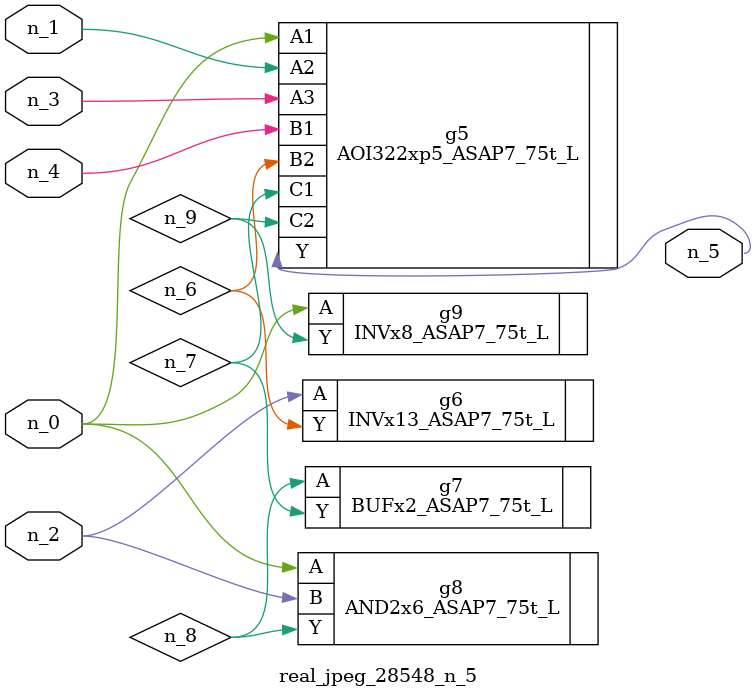
<source format=v>
module real_jpeg_28548_n_5 (n_4, n_0, n_1, n_2, n_3, n_5);

input n_4;
input n_0;
input n_1;
input n_2;
input n_3;

output n_5;

wire n_8;
wire n_6;
wire n_7;
wire n_9;

AOI322xp5_ASAP7_75t_L g5 ( 
.A1(n_0),
.A2(n_1),
.A3(n_3),
.B1(n_4),
.B2(n_6),
.C1(n_7),
.C2(n_9),
.Y(n_5)
);

AND2x6_ASAP7_75t_L g8 ( 
.A(n_0),
.B(n_2),
.Y(n_8)
);

INVx8_ASAP7_75t_L g9 ( 
.A(n_0),
.Y(n_9)
);

INVx13_ASAP7_75t_L g6 ( 
.A(n_2),
.Y(n_6)
);

BUFx2_ASAP7_75t_L g7 ( 
.A(n_8),
.Y(n_7)
);


endmodule
</source>
